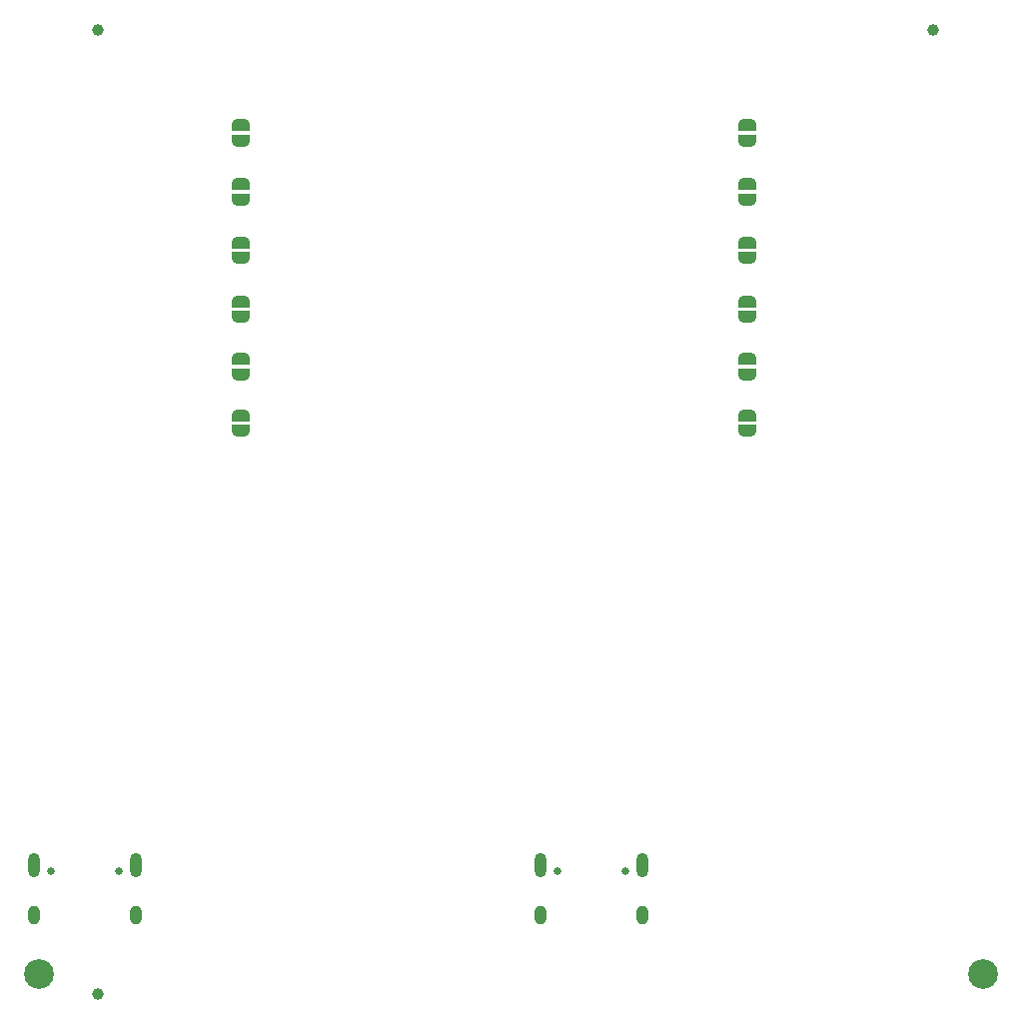
<source format=gbr>
%TF.GenerationSoftware,KiCad,Pcbnew,7.0.5*%
%TF.CreationDate,2023-07-03T18:15:23+02:00*%
%TF.ProjectId,motherboard_panel,6d6f7468-6572-4626-9f61-72645f70616e,rev?*%
%TF.SameCoordinates,Original*%
%TF.FileFunction,Soldermask,Bot*%
%TF.FilePolarity,Negative*%
%FSLAX46Y46*%
G04 Gerber Fmt 4.6, Leading zero omitted, Abs format (unit mm)*
G04 Created by KiCad (PCBNEW 7.0.5) date 2023-07-03 18:15:23*
%MOMM*%
%LPD*%
G01*
G04 APERTURE LIST*
G04 Aperture macros list*
%AMFreePoly0*
4,1,19,0.500000,-0.750000,0.000000,-0.750000,0.000000,-0.744911,-0.071157,-0.744911,-0.207708,-0.704816,-0.327430,-0.627875,-0.420627,-0.520320,-0.479746,-0.390866,-0.500000,-0.250000,-0.500000,0.250000,-0.479746,0.390866,-0.420627,0.520320,-0.327430,0.627875,-0.207708,0.704816,-0.071157,0.744911,0.000000,0.744911,0.000000,0.750000,0.500000,0.750000,0.500000,-0.750000,0.500000,-0.750000,
$1*%
%AMFreePoly1*
4,1,19,0.000000,0.744911,0.071157,0.744911,0.207708,0.704816,0.327430,0.627875,0.420627,0.520320,0.479746,0.390866,0.500000,0.250000,0.500000,-0.250000,0.479746,-0.390866,0.420627,-0.520320,0.327430,-0.627875,0.207708,-0.704816,0.071157,-0.744911,0.000000,-0.744911,0.000000,-0.750000,-0.500000,-0.750000,-0.500000,0.750000,0.000000,0.750000,0.000000,0.744911,0.000000,0.744911,
$1*%
G04 Aperture macros list end*
%ADD10C,2.510000*%
%ADD11C,0.650000*%
%ADD12O,1.000000X2.100000*%
%ADD13O,1.000000X1.600000*%
%ADD14FreePoly0,270.000000*%
%ADD15FreePoly1,270.000000*%
%ADD16C,1.000000*%
G04 APERTURE END LIST*
D10*
%TO.C,REF\u002A\u002A*%
X108100000Y-102500000D03*
%TD*%
D11*
%TO.C,J7*%
X109090000Y-93770000D03*
X114870000Y-93770000D03*
D12*
X107660000Y-93270000D03*
D13*
X107660000Y-97450000D03*
D12*
X116300000Y-93270000D03*
D13*
X116300000Y-97450000D03*
%TD*%
D11*
%TO.C,J7*%
X151990000Y-93770000D03*
X157770000Y-93770000D03*
D12*
X150560000Y-93270000D03*
D13*
X150560000Y-97450000D03*
D12*
X159200000Y-93270000D03*
D13*
X159200000Y-97450000D03*
%TD*%
D10*
%TO.C,REF\u002A\u002A*%
X188100000Y-102500000D03*
%TD*%
D14*
%TO.C,JP3*%
X125200000Y-45500000D03*
D15*
X125200000Y-46800000D03*
%TD*%
D14*
%TO.C,JP6*%
X125200000Y-30550000D03*
D15*
X125200000Y-31850000D03*
%TD*%
D14*
%TO.C,JP2*%
X168100000Y-50350000D03*
D15*
X168100000Y-51650000D03*
%TD*%
D14*
%TO.C,JP1*%
X125200000Y-55150000D03*
D15*
X125200000Y-56450000D03*
%TD*%
D14*
%TO.C,JP5*%
X168100000Y-35550000D03*
D15*
X168100000Y-36850000D03*
%TD*%
D16*
%TO.C,KiKit_FID_B_3*%
X113100000Y-104150000D03*
%TD*%
%TO.C,KiKit_FID_B_1*%
X113100000Y-22500000D03*
%TD*%
D14*
%TO.C,JP2*%
X125200000Y-50350000D03*
D15*
X125200000Y-51650000D03*
%TD*%
D16*
%TO.C,KiKit_FID_B_2*%
X183900000Y-22500000D03*
%TD*%
D14*
%TO.C,JP4*%
X125200000Y-40500000D03*
D15*
X125200000Y-41800000D03*
%TD*%
D14*
%TO.C,JP5*%
X125200000Y-35550000D03*
D15*
X125200000Y-36850000D03*
%TD*%
D14*
%TO.C,JP6*%
X168100000Y-30550000D03*
D15*
X168100000Y-31850000D03*
%TD*%
D14*
%TO.C,JP3*%
X168100000Y-45500000D03*
D15*
X168100000Y-46800000D03*
%TD*%
D14*
%TO.C,JP4*%
X168100000Y-40500000D03*
D15*
X168100000Y-41800000D03*
%TD*%
D14*
%TO.C,JP1*%
X168100000Y-55150000D03*
D15*
X168100000Y-56450000D03*
%TD*%
M02*

</source>
